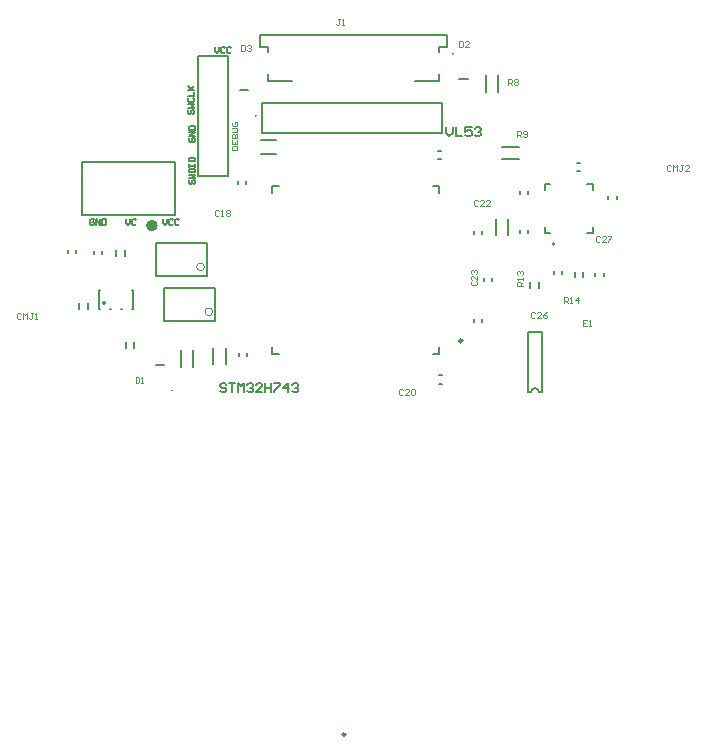
<source format=gto>
G04*
G04 #@! TF.GenerationSoftware,Altium Limited,Altium Designer,21.3.2 (30)*
G04*
G04 Layer_Color=65535*
%FSLAX43Y43*%
%MOMM*%
G71*
G04*
G04 #@! TF.SameCoordinates,66AE08A6-6C82-4575-8D08-AF68D2AC6B58*
G04*
G04*
G04 #@! TF.FilePolarity,Positive*
G04*
G01*
G75*
%ADD10C,0.127*%
%ADD11C,0.500*%
%ADD12C,0.200*%
%ADD13C,0.000*%
%ADD14C,0.250*%
%ADD15C,0.254*%
%ADD16C,0.152*%
%ADD17C,0.203*%
%ADD18C,0.100*%
%ADD19C,0.102*%
D10*
X37500Y57350D02*
G03*
X37500Y57350I-100J0D01*
G01*
X66948Y78452D02*
G03*
X66948Y78452I-51J0D01*
G01*
X50253Y73196D02*
G03*
X50253Y73196I-51J0D01*
G01*
X43153Y49945D02*
G03*
X43153Y49945I-51J0D01*
G01*
X74700Y63280D02*
Y63770D01*
Y63280D02*
X75190D01*
X78800Y66890D02*
Y67380D01*
X78310D02*
X78800D01*
X78310Y63280D02*
X78800D01*
Y63770D01*
X74700Y67380D02*
X75190D01*
X74700Y66890D02*
Y67380D01*
X39277Y64435D02*
Y64096D01*
X39446Y63927D01*
X39616Y64096D01*
Y64435D01*
X40123Y64350D02*
X40039Y64435D01*
X39869D01*
X39785Y64350D01*
Y64012D01*
X39869Y63927D01*
X40039D01*
X40123Y64012D01*
X36516Y64400D02*
X36431Y64485D01*
X36262D01*
X36177Y64400D01*
Y64062D01*
X36262Y63977D01*
X36431D01*
X36516Y64062D01*
Y64231D01*
X36346D01*
X36685Y63977D02*
Y64485D01*
X37023Y63977D01*
Y64485D01*
X37193D02*
Y63977D01*
X37447D01*
X37531Y64062D01*
Y64400D01*
X37447Y64485D01*
X37193D01*
X44650Y71316D02*
X44565Y71231D01*
Y71062D01*
X44650Y70977D01*
X44988D01*
X45073Y71062D01*
Y71231D01*
X44988Y71316D01*
X44819D01*
Y71146D01*
X45073Y71485D02*
X44565D01*
X45073Y71823D01*
X44565D01*
Y71993D02*
X45073D01*
Y72247D01*
X44988Y72331D01*
X44650D01*
X44565Y72247D01*
Y71993D01*
X44600Y73716D02*
X44515Y73631D01*
Y73462D01*
X44600Y73377D01*
X44684D01*
X44769Y73462D01*
Y73631D01*
X44854Y73716D01*
X44938D01*
X45023Y73631D01*
Y73462D01*
X44938Y73377D01*
X44515Y73885D02*
X45023D01*
X44854Y74054D01*
X45023Y74223D01*
X44515D01*
X44600Y74731D02*
X44515Y74647D01*
Y74477D01*
X44600Y74393D01*
X44938D01*
X45023Y74477D01*
Y74647D01*
X44938Y74731D01*
X44515Y74901D02*
X45023D01*
Y75239D01*
X44515Y75408D02*
X45023D01*
X44854D01*
X44515Y75747D01*
X44769Y75493D01*
X45023Y75747D01*
X44650Y67716D02*
X44565Y67631D01*
Y67462D01*
X44650Y67377D01*
X44734D01*
X44819Y67462D01*
Y67631D01*
X44904Y67716D01*
X44988D01*
X45073Y67631D01*
Y67462D01*
X44988Y67377D01*
X44565Y67885D02*
X45073D01*
X44904Y68054D01*
X45073Y68223D01*
X44565D01*
Y68393D02*
X45073D01*
Y68647D01*
X44988Y68731D01*
X44650D01*
X44565Y68647D01*
Y68393D01*
Y68900D02*
Y69070D01*
Y68985D01*
X45073D01*
Y68900D01*
Y69070D01*
X44565Y69578D02*
Y69408D01*
X44650Y69324D01*
X44988D01*
X45073Y69408D01*
Y69578D01*
X44988Y69662D01*
X44650D01*
X44565Y69578D01*
X46827Y79035D02*
Y78696D01*
X46996Y78527D01*
X47166Y78696D01*
Y79035D01*
X47673Y78950D02*
X47589Y79035D01*
X47419D01*
X47335Y78950D01*
Y78612D01*
X47419Y78527D01*
X47589D01*
X47673Y78612D01*
X48181Y78950D02*
X48097Y79035D01*
X47927D01*
X47843Y78950D01*
Y78612D01*
X47927Y78527D01*
X48097D01*
X48181Y78612D01*
X42427Y64485D02*
Y64146D01*
X42596Y63977D01*
X42766Y64146D01*
Y64485D01*
X43273Y64400D02*
X43189Y64485D01*
X43019D01*
X42935Y64400D01*
Y64062D01*
X43019Y63977D01*
X43189D01*
X43273Y64062D01*
X43781Y64400D02*
X43697Y64485D01*
X43527D01*
X43443Y64400D01*
Y64062D01*
X43527Y63977D01*
X43697D01*
X43781Y64062D01*
D11*
X41700Y63900D02*
G03*
X41700Y63900I-250J0D01*
G01*
D12*
X74217Y49825D02*
G03*
X73582Y49825I-317J0D01*
G01*
X75550Y62330D02*
G03*
X75550Y62330I-100J0D01*
G01*
X35500Y64800D02*
X43400D01*
X35500D02*
Y69300D01*
Y69300D02*
X43400D01*
Y64800D02*
Y69300D01*
X74217Y49825D02*
X74515D01*
X73285D02*
X73582D01*
X73285D02*
Y54905D01*
X74515D01*
Y49825D02*
Y54905D01*
X66425Y79050D02*
Y80000D01*
X65725Y79050D02*
X66425D01*
X50575Y80000D02*
X66425D01*
X65725Y78600D02*
Y79050D01*
Y76100D02*
Y76700D01*
X63725Y76100D02*
X65725D01*
X51275Y76100D02*
X53275D01*
X51275Y78600D02*
Y79050D01*
Y76100D02*
Y76700D01*
X50575Y79050D02*
Y80000D01*
Y79050D02*
X51275D01*
X45380Y68100D02*
X47920D01*
X45380D02*
Y78260D01*
X47920Y68100D02*
Y78260D01*
X45380D02*
X47920D01*
X50800Y71730D02*
Y74270D01*
X66040Y71730D02*
Y74270D01*
X50800Y71730D02*
X66040D01*
X50800Y74270D02*
X66040D01*
X65800Y53050D02*
Y53625D01*
Y66675D02*
Y67250D01*
X51600D02*
X52175D01*
X65225D02*
X65800D01*
X51600Y53050D02*
Y53625D01*
Y66675D02*
Y67250D01*
Y53050D02*
X52175D01*
X65225D02*
X65800D01*
X66384Y72250D02*
Y71717D01*
X66650Y71450D01*
X66917Y71717D01*
Y72250D01*
X67184D02*
Y71450D01*
X67717D01*
X68516Y72250D02*
X67983D01*
Y71850D01*
X68250Y71983D01*
X68383D01*
X68516Y71850D01*
Y71583D01*
X68383Y71450D01*
X68117D01*
X67983Y71583D01*
X68783Y72117D02*
X68916Y72250D01*
X69183D01*
X69316Y72117D01*
Y71983D01*
X69183Y71850D01*
X69050D01*
X69183D01*
X69316Y71717D01*
Y71583D01*
X69183Y71450D01*
X68916D01*
X68783Y71583D01*
D13*
X46600Y56600D02*
G03*
X46600Y56600I-325J0D01*
G01*
X45900Y60400D02*
G03*
X45900Y60400I-325J0D01*
G01*
D14*
X67725Y54150D02*
G03*
X67725Y54150I-125J0D01*
G01*
D15*
X57829Y20826D02*
G03*
X57829Y20826I-103J0D01*
G01*
D16*
X36978Y58460D02*
X37072D01*
X39728D02*
X39822D01*
X39728Y56840D02*
X39822D01*
X36978D02*
X37072D01*
X38828D02*
X38922D01*
X37878D02*
X37972D01*
X36978D02*
Y58460D01*
X39822Y56840D02*
Y58460D01*
X71113Y70558D02*
X72535D01*
X71113Y69542D02*
X72535D01*
X67494Y76294D02*
X68206D01*
X70758Y75213D02*
Y76635D01*
X69742Y75213D02*
Y76635D01*
X48894Y75354D02*
X49606D01*
X69406Y55757D02*
Y56011D01*
X68694Y55757D02*
Y56011D01*
X41794Y52104D02*
X42506D01*
X36006Y56855D02*
Y57313D01*
X35294Y56855D02*
Y57313D01*
X39156Y61355D02*
Y61813D01*
X38444Y61355D02*
Y61813D01*
X39244Y53555D02*
Y54013D01*
X39956Y53555D02*
Y54013D01*
X36544Y61507D02*
Y61761D01*
X37256Y61507D02*
Y61761D01*
X35056Y61589D02*
Y61843D01*
X34344Y61589D02*
Y61843D01*
X80806Y66107D02*
Y66361D01*
X80094Y66107D02*
Y66361D01*
X77457Y69206D02*
X77711D01*
X77457Y68494D02*
X77711D01*
X73306Y66607D02*
Y66861D01*
X72594Y66607D02*
Y66861D01*
X47709Y52216D02*
Y53536D01*
X46591Y52216D02*
Y53536D01*
X65757Y51206D02*
X66011D01*
X65757Y50494D02*
X66011D01*
X71608Y63063D02*
Y64485D01*
X70592Y63063D02*
Y64485D01*
X65707Y70206D02*
X65961D01*
X65707Y69494D02*
X65961D01*
X69406Y63207D02*
Y63461D01*
X68694Y63207D02*
Y63461D01*
X44958Y51915D02*
Y53337D01*
X43942Y51915D02*
Y53337D01*
X50666Y69991D02*
X51986D01*
X50666Y71109D02*
X51986D01*
X77244Y59505D02*
Y59963D01*
X77956Y59505D02*
Y59963D01*
X73494Y58637D02*
Y59095D01*
X74206Y58637D02*
Y59095D01*
X79706Y59607D02*
Y59861D01*
X78994Y59607D02*
Y59861D01*
X76206Y59757D02*
Y60011D01*
X75494Y59757D02*
Y60011D01*
X72594Y63239D02*
Y63493D01*
X73306Y63239D02*
Y63493D01*
X70256Y59239D02*
Y59493D01*
X69544Y59239D02*
Y59493D01*
X48744Y67407D02*
Y67661D01*
X49456Y67407D02*
Y67661D01*
X49506Y52839D02*
Y53093D01*
X48794Y52839D02*
Y53093D01*
X47757Y50404D02*
X47630Y50531D01*
X47376D01*
X47249Y50404D01*
Y50277D01*
X47376Y50150D01*
X47630D01*
X47757Y50023D01*
Y49896D01*
X47630Y49769D01*
X47376D01*
X47249Y49896D01*
X48011Y50531D02*
X48519D01*
X48265D01*
Y49769D01*
X48773D02*
Y50531D01*
X49027Y50277D01*
X49280Y50531D01*
Y49769D01*
X49534Y50404D02*
X49661Y50531D01*
X49915D01*
X50042Y50404D01*
Y50277D01*
X49915Y50150D01*
X49788D01*
X49915D01*
X50042Y50023D01*
Y49896D01*
X49915Y49769D01*
X49661D01*
X49534Y49896D01*
X50804Y49769D02*
X50296D01*
X50804Y50277D01*
Y50404D01*
X50677Y50531D01*
X50423D01*
X50296Y50404D01*
X51058Y50531D02*
Y49769D01*
Y50150D01*
X51566D01*
Y50531D01*
Y49769D01*
X51820Y50531D02*
X52327D01*
Y50404D01*
X51820Y49896D01*
Y49769D01*
X52962D02*
Y50531D01*
X52581Y50150D01*
X53089D01*
X53343Y50404D02*
X53470Y50531D01*
X53724D01*
X53851Y50404D01*
Y50277D01*
X53724Y50150D01*
X53597D01*
X53724D01*
X53851Y50023D01*
Y49896D01*
X53724Y49769D01*
X53470D01*
X53343Y49896D01*
D17*
X42500Y58650D02*
X46800D01*
X42500Y55850D02*
Y58650D01*
Y55850D02*
X46800D01*
Y58650D01*
X41800Y62450D02*
X46100D01*
X41800Y59650D02*
Y62450D01*
Y59650D02*
X46100D01*
Y62450D01*
D18*
X48200Y70334D02*
X48700D01*
Y70584D01*
X48617Y70667D01*
X48283D01*
X48200Y70584D01*
Y70334D01*
Y71167D02*
Y70834D01*
X48700D01*
Y71167D01*
X48450Y70834D02*
Y71000D01*
X48200Y71333D02*
X48700D01*
Y71583D01*
X48617Y71667D01*
X48533D01*
X48450Y71583D01*
Y71333D01*
Y71583D01*
X48367Y71667D01*
X48283D01*
X48200Y71583D01*
Y71333D01*
Y71833D02*
X48617D01*
X48700Y71917D01*
Y72083D01*
X48617Y72166D01*
X48200D01*
X48283Y72666D02*
X48200Y72583D01*
Y72416D01*
X48283Y72333D01*
X48617D01*
X48700Y72416D01*
Y72583D01*
X48617Y72666D01*
X48450D01*
Y72500D01*
X30400Y56417D02*
X30317Y56500D01*
X30150D01*
X30067Y56417D01*
Y56083D01*
X30150Y56000D01*
X30317D01*
X30400Y56083D01*
X30567Y56000D02*
Y56500D01*
X30733Y56333D01*
X30900Y56500D01*
Y56000D01*
X31400Y56500D02*
X31233D01*
X31317D01*
Y56083D01*
X31233Y56000D01*
X31150D01*
X31067Y56083D01*
X31566Y56000D02*
X31733D01*
X31650D01*
Y56500D01*
X31566Y56417D01*
X85417Y68967D02*
X85334Y69050D01*
X85167D01*
X85084Y68967D01*
Y68633D01*
X85167Y68550D01*
X85334D01*
X85417Y68633D01*
X85583Y68550D02*
Y69050D01*
X85750Y68883D01*
X85917Y69050D01*
Y68550D01*
X86417Y69050D02*
X86250D01*
X86333D01*
Y68633D01*
X86250Y68550D01*
X86167D01*
X86083Y68633D01*
X86916Y68550D02*
X86583D01*
X86916Y68883D01*
Y68967D01*
X86833Y69050D01*
X86666D01*
X86583Y68967D01*
X76325Y57350D02*
Y57850D01*
X76575D01*
X76658Y57767D01*
Y57600D01*
X76575Y57517D01*
X76325D01*
X76492D02*
X76658Y57350D01*
X76825D02*
X76992D01*
X76908D01*
Y57850D01*
X76825Y57767D01*
X77491Y57350D02*
Y57850D01*
X77242Y57600D01*
X77575D01*
X72850Y58825D02*
X72350D01*
Y59075D01*
X72433Y59158D01*
X72600D01*
X72683Y59075D01*
Y58825D01*
Y58992D02*
X72850Y59158D01*
Y59325D02*
Y59492D01*
Y59408D01*
X72350D01*
X72433Y59325D01*
Y59742D02*
X72350Y59825D01*
Y59991D01*
X72433Y60075D01*
X72517D01*
X72600Y59991D01*
Y59908D01*
Y59991D01*
X72683Y60075D01*
X72767D01*
X72850Y59991D01*
Y59825D01*
X72767Y59742D01*
X78300Y55900D02*
X77967D01*
Y55400D01*
X78300D01*
X77967Y55650D02*
X78133D01*
X78467Y55400D02*
X78633D01*
X78550D01*
Y55900D01*
X78467Y55817D01*
X40067Y51050D02*
Y50550D01*
X40317D01*
X40400Y50633D01*
Y50967D01*
X40317Y51050D01*
X40067D01*
X40567Y50550D02*
X40733D01*
X40650D01*
Y51050D01*
X40567Y50967D01*
X79367Y62917D02*
X79283Y63000D01*
X79117D01*
X79034Y62917D01*
Y62583D01*
X79117Y62500D01*
X79283D01*
X79367Y62583D01*
X79867Y62500D02*
X79533D01*
X79867Y62833D01*
Y62917D01*
X79783Y63000D01*
X79617D01*
X79533Y62917D01*
X80033Y63000D02*
X80366D01*
Y62917D01*
X80033Y62583D01*
Y62500D01*
X73867Y56467D02*
X73783Y56550D01*
X73617D01*
X73534Y56467D01*
Y56133D01*
X73617Y56050D01*
X73783D01*
X73867Y56133D01*
X74367Y56050D02*
X74033D01*
X74367Y56383D01*
Y56467D01*
X74283Y56550D01*
X74117D01*
X74033Y56467D01*
X74866Y56550D02*
X74700Y56467D01*
X74533Y56300D01*
Y56133D01*
X74617Y56050D01*
X74783D01*
X74866Y56133D01*
Y56217D01*
X74783Y56300D01*
X74533D01*
X68533Y59167D02*
X68450Y59083D01*
Y58917D01*
X68533Y58834D01*
X68867D01*
X68950Y58917D01*
Y59083D01*
X68867Y59167D01*
X68950Y59667D02*
Y59333D01*
X68617Y59667D01*
X68533D01*
X68450Y59583D01*
Y59417D01*
X68533Y59333D01*
Y59833D02*
X68450Y59917D01*
Y60083D01*
X68533Y60166D01*
X68617D01*
X68700Y60083D01*
Y60000D01*
Y60083D01*
X68783Y60166D01*
X68867D01*
X68950Y60083D01*
Y59917D01*
X68867Y59833D01*
X47158Y65117D02*
X47075Y65200D01*
X46909D01*
X46825Y65117D01*
Y64783D01*
X46909Y64700D01*
X47075D01*
X47158Y64783D01*
X47325Y64700D02*
X47492D01*
X47408D01*
Y65200D01*
X47325Y65117D01*
X47742D02*
X47825Y65200D01*
X47991D01*
X48075Y65117D01*
Y65033D01*
X47991Y64950D01*
X48075Y64867D01*
Y64783D01*
X47991Y64700D01*
X47825D01*
X47742Y64783D01*
Y64867D01*
X47825Y64950D01*
X47742Y65033D01*
Y65117D01*
X47825Y64950D02*
X47991D01*
X57400Y81400D02*
X57233D01*
X57317D01*
Y80983D01*
X57233Y80900D01*
X57150D01*
X57067Y80983D01*
X57567Y80900D02*
X57733D01*
X57650D01*
Y81400D01*
X57567Y81317D01*
X69042Y65996D02*
X68958Y66079D01*
X68792D01*
X68709Y65996D01*
Y65662D01*
X68792Y65579D01*
X68958D01*
X69042Y65662D01*
X69542Y65579D02*
X69208D01*
X69542Y65912D01*
Y65996D01*
X69458Y66079D01*
X69292D01*
X69208Y65996D01*
X70041Y65579D02*
X69708D01*
X70041Y65912D01*
Y65996D01*
X69958Y66079D01*
X69792D01*
X69708Y65996D01*
X62717Y49967D02*
X62633Y50050D01*
X62467D01*
X62384Y49967D01*
Y49633D01*
X62467Y49550D01*
X62633D01*
X62717Y49633D01*
X63217Y49550D02*
X62883D01*
X63217Y49883D01*
Y49967D01*
X63133Y50050D01*
X62967D01*
X62883Y49967D01*
X63383D02*
X63467Y50050D01*
X63633D01*
X63716Y49967D01*
Y49633D01*
X63633Y49550D01*
X63467D01*
X63383Y49633D01*
Y49967D01*
D19*
X72327Y71396D02*
Y71904D01*
X72581D01*
X72665Y71819D01*
Y71650D01*
X72581Y71565D01*
X72327D01*
X72496D02*
X72665Y71396D01*
X72835Y71481D02*
X72919Y71396D01*
X73089D01*
X73173Y71481D01*
Y71819D01*
X73089Y71904D01*
X72919D01*
X72835Y71819D01*
Y71735D01*
X72919Y71650D01*
X73173D01*
X71577Y75796D02*
Y76304D01*
X71831D01*
X71915Y76219D01*
Y76050D01*
X71831Y75965D01*
X71577D01*
X71746D02*
X71915Y75796D01*
X72085Y76219D02*
X72169Y76304D01*
X72339D01*
X72423Y76219D01*
Y76135D01*
X72339Y76050D01*
X72423Y75965D01*
Y75881D01*
X72339Y75796D01*
X72169D01*
X72085Y75881D01*
Y75965D01*
X72169Y76050D01*
X72085Y76135D01*
Y76219D01*
X72169Y76050D02*
X72339D01*
X48977Y79154D02*
Y78646D01*
X49231D01*
X49315Y78731D01*
Y79069D01*
X49231Y79154D01*
X48977D01*
X49485Y79069D02*
X49569Y79154D01*
X49739D01*
X49823Y79069D01*
Y78985D01*
X49739Y78900D01*
X49654D01*
X49739D01*
X49823Y78815D01*
Y78731D01*
X49739Y78646D01*
X49569D01*
X49485Y78731D01*
X67427Y79504D02*
Y78996D01*
X67681D01*
X67765Y79081D01*
Y79419D01*
X67681Y79504D01*
X67427D01*
X68273Y78996D02*
X67935D01*
X68273Y79335D01*
Y79419D01*
X68189Y79504D01*
X68019D01*
X67935Y79419D01*
M02*

</source>
